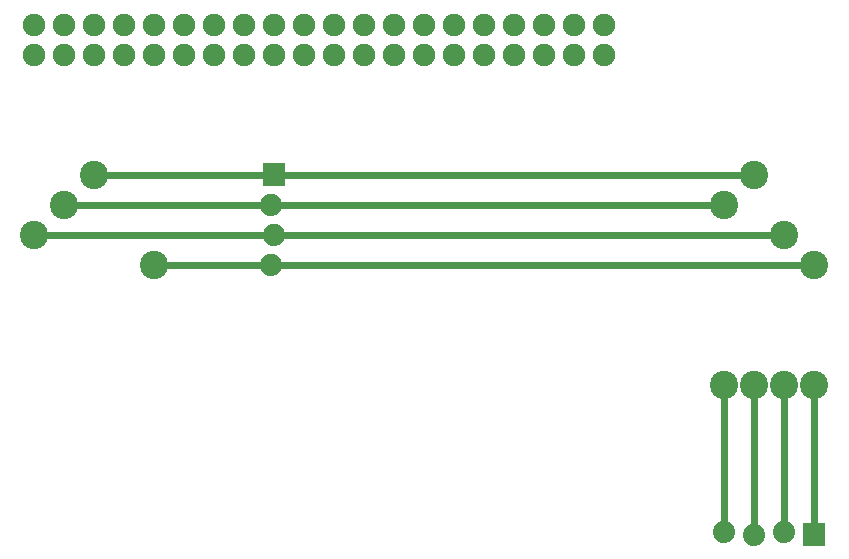
<source format=gbl>
G04 MADE WITH FRITZING*
G04 WWW.FRITZING.ORG*
G04 DOUBLE SIDED*
G04 HOLES PLATED*
G04 CONTOUR ON CENTER OF CONTOUR VECTOR*
%ASAXBY*%
%FSLAX23Y23*%
%MOIN*%
%OFA0B0*%
%SFA1.0B1.0*%
%ADD10C,0.075361*%
%ADD11C,0.074000*%
%ADD12C,0.094488*%
%ADD13C,0.024000*%
%ADD14R,0.001000X0.001000*%
%LNCOPPER0*%
G90*
G70*
G54D10*
X343Y2012D03*
X443Y2012D03*
X543Y2012D03*
X643Y2012D03*
X743Y2012D03*
X843Y2012D03*
X943Y2012D03*
X1043Y2012D03*
X1143Y2012D03*
X1243Y2012D03*
X1343Y2012D03*
X1443Y2012D03*
X1543Y2012D03*
X1643Y2012D03*
X1743Y2012D03*
X1843Y2012D03*
X1943Y2012D03*
X2043Y2012D03*
X2143Y2012D03*
X2243Y2012D03*
X2243Y2112D03*
X2143Y2112D03*
X2043Y2112D03*
X1943Y2112D03*
X1843Y2112D03*
X1743Y2112D03*
X1643Y2112D03*
X1543Y2112D03*
X1443Y2112D03*
X1343Y2112D03*
X1243Y2112D03*
X1143Y2112D03*
X1043Y2112D03*
X943Y2112D03*
X843Y2112D03*
X743Y2112D03*
X643Y2112D03*
X543Y2112D03*
X443Y2112D03*
X343Y2112D03*
G54D11*
X1143Y1612D03*
X1133Y1512D03*
X1143Y1412D03*
X1133Y1312D03*
X2943Y412D03*
X2843Y422D03*
X2743Y412D03*
X2643Y422D03*
G54D12*
X343Y1412D03*
X2943Y1312D03*
X2843Y1412D03*
X2743Y1612D03*
X2843Y912D03*
X2743Y912D03*
X2943Y912D03*
X2643Y912D03*
X2643Y1512D03*
X743Y1312D03*
X543Y1612D03*
X443Y1512D03*
G54D13*
X1112Y1412D02*
X370Y1412D01*
D02*
X1102Y1512D02*
X470Y1512D01*
D02*
X1112Y1612D02*
X570Y1612D01*
D02*
X1164Y1512D02*
X2616Y1512D01*
D02*
X1174Y1612D02*
X2716Y1612D01*
D02*
X1174Y1412D02*
X2816Y1412D01*
D02*
X1164Y1312D02*
X2916Y1312D01*
D02*
X1102Y1312D02*
X770Y1312D01*
D02*
X2643Y453D02*
X2643Y885D01*
D02*
X2743Y443D02*
X2743Y885D01*
D02*
X2843Y453D02*
X2843Y885D01*
D02*
X2943Y443D02*
X2943Y885D01*
G54D14*
X1106Y1649D02*
X1179Y1649D01*
X1106Y1648D02*
X1179Y1648D01*
X1106Y1647D02*
X1179Y1647D01*
X1106Y1646D02*
X1179Y1646D01*
X1106Y1645D02*
X1179Y1645D01*
X1106Y1644D02*
X1179Y1644D01*
X1106Y1643D02*
X1179Y1643D01*
X1106Y1642D02*
X1179Y1642D01*
X1106Y1641D02*
X1179Y1641D01*
X1106Y1640D02*
X1179Y1640D01*
X1106Y1639D02*
X1179Y1639D01*
X1106Y1638D02*
X1179Y1638D01*
X1106Y1637D02*
X1179Y1637D01*
X1106Y1636D02*
X1179Y1636D01*
X1106Y1635D02*
X1179Y1635D01*
X1106Y1634D02*
X1179Y1634D01*
X1106Y1633D02*
X1179Y1633D01*
X1106Y1632D02*
X1137Y1632D01*
X1147Y1632D02*
X1179Y1632D01*
X1106Y1631D02*
X1134Y1631D01*
X1150Y1631D02*
X1179Y1631D01*
X1106Y1630D02*
X1132Y1630D01*
X1152Y1630D02*
X1179Y1630D01*
X1106Y1629D02*
X1130Y1629D01*
X1154Y1629D02*
X1179Y1629D01*
X1106Y1628D02*
X1129Y1628D01*
X1155Y1628D02*
X1179Y1628D01*
X1106Y1627D02*
X1128Y1627D01*
X1156Y1627D02*
X1179Y1627D01*
X1106Y1626D02*
X1127Y1626D01*
X1157Y1626D02*
X1179Y1626D01*
X1106Y1625D02*
X1126Y1625D01*
X1158Y1625D02*
X1179Y1625D01*
X1106Y1624D02*
X1125Y1624D01*
X1159Y1624D02*
X1179Y1624D01*
X1106Y1623D02*
X1125Y1623D01*
X1160Y1623D02*
X1179Y1623D01*
X1106Y1622D02*
X1124Y1622D01*
X1160Y1622D02*
X1179Y1622D01*
X1106Y1621D02*
X1124Y1621D01*
X1161Y1621D02*
X1179Y1621D01*
X1106Y1620D02*
X1123Y1620D01*
X1161Y1620D02*
X1179Y1620D01*
X1106Y1619D02*
X1123Y1619D01*
X1162Y1619D02*
X1179Y1619D01*
X1106Y1618D02*
X1123Y1618D01*
X1162Y1618D02*
X1179Y1618D01*
X1106Y1617D02*
X1122Y1617D01*
X1162Y1617D02*
X1179Y1617D01*
X1106Y1616D02*
X1122Y1616D01*
X1162Y1616D02*
X1179Y1616D01*
X1106Y1615D02*
X1122Y1615D01*
X1162Y1615D02*
X1179Y1615D01*
X1106Y1614D02*
X1122Y1614D01*
X1163Y1614D02*
X1179Y1614D01*
X1106Y1613D02*
X1122Y1613D01*
X1163Y1613D02*
X1179Y1613D01*
X1106Y1612D02*
X1122Y1612D01*
X1163Y1612D02*
X1179Y1612D01*
X1106Y1611D02*
X1122Y1611D01*
X1163Y1611D02*
X1179Y1611D01*
X1106Y1610D02*
X1122Y1610D01*
X1162Y1610D02*
X1179Y1610D01*
X1106Y1609D02*
X1122Y1609D01*
X1162Y1609D02*
X1179Y1609D01*
X1106Y1608D02*
X1122Y1608D01*
X1162Y1608D02*
X1179Y1608D01*
X1106Y1607D02*
X1123Y1607D01*
X1162Y1607D02*
X1179Y1607D01*
X1106Y1606D02*
X1123Y1606D01*
X1162Y1606D02*
X1179Y1606D01*
X1106Y1605D02*
X1123Y1605D01*
X1161Y1605D02*
X1179Y1605D01*
X1106Y1604D02*
X1124Y1604D01*
X1161Y1604D02*
X1179Y1604D01*
X1106Y1603D02*
X1124Y1603D01*
X1160Y1603D02*
X1179Y1603D01*
X1106Y1602D02*
X1125Y1602D01*
X1160Y1602D02*
X1179Y1602D01*
X1106Y1601D02*
X1125Y1601D01*
X1159Y1601D02*
X1179Y1601D01*
X1106Y1600D02*
X1126Y1600D01*
X1158Y1600D02*
X1179Y1600D01*
X1106Y1599D02*
X1127Y1599D01*
X1157Y1599D02*
X1179Y1599D01*
X1106Y1598D02*
X1128Y1598D01*
X1156Y1598D02*
X1179Y1598D01*
X1106Y1597D02*
X1129Y1597D01*
X1155Y1597D02*
X1179Y1597D01*
X1106Y1596D02*
X1131Y1596D01*
X1154Y1596D02*
X1179Y1596D01*
X1106Y1595D02*
X1132Y1595D01*
X1152Y1595D02*
X1179Y1595D01*
X1106Y1594D02*
X1134Y1594D01*
X1150Y1594D02*
X1179Y1594D01*
X1106Y1593D02*
X1138Y1593D01*
X1147Y1593D02*
X1179Y1593D01*
X1106Y1592D02*
X1179Y1592D01*
X1106Y1591D02*
X1179Y1591D01*
X1106Y1590D02*
X1179Y1590D01*
X1106Y1589D02*
X1179Y1589D01*
X1106Y1588D02*
X1179Y1588D01*
X1106Y1587D02*
X1179Y1587D01*
X1106Y1586D02*
X1179Y1586D01*
X1106Y1585D02*
X1179Y1585D01*
X1106Y1584D02*
X1179Y1584D01*
X1106Y1583D02*
X1179Y1583D01*
X1106Y1582D02*
X1179Y1582D01*
X1106Y1581D02*
X1179Y1581D01*
X1106Y1580D02*
X1179Y1580D01*
X1106Y1579D02*
X1179Y1579D01*
X1106Y1578D02*
X1179Y1578D01*
X1106Y1577D02*
X1179Y1577D01*
X1106Y1576D02*
X1179Y1576D01*
X2906Y449D02*
X2979Y449D01*
X2906Y448D02*
X2979Y448D01*
X2906Y447D02*
X2979Y447D01*
X2906Y446D02*
X2979Y446D01*
X2906Y445D02*
X2979Y445D01*
X2906Y444D02*
X2979Y444D01*
X2906Y443D02*
X2979Y443D01*
X2906Y442D02*
X2979Y442D01*
X2906Y441D02*
X2979Y441D01*
X2906Y440D02*
X2979Y440D01*
X2906Y439D02*
X2979Y439D01*
X2906Y438D02*
X2979Y438D01*
X2906Y437D02*
X2979Y437D01*
X2906Y436D02*
X2979Y436D01*
X2906Y435D02*
X2979Y435D01*
X2906Y434D02*
X2979Y434D01*
X2906Y433D02*
X2979Y433D01*
X2906Y432D02*
X2937Y432D01*
X2947Y432D02*
X2979Y432D01*
X2906Y431D02*
X2934Y431D01*
X2950Y431D02*
X2979Y431D01*
X2906Y430D02*
X2932Y430D01*
X2952Y430D02*
X2979Y430D01*
X2906Y429D02*
X2930Y429D01*
X2954Y429D02*
X2979Y429D01*
X2906Y428D02*
X2929Y428D01*
X2955Y428D02*
X2979Y428D01*
X2906Y427D02*
X2928Y427D01*
X2956Y427D02*
X2979Y427D01*
X2906Y426D02*
X2927Y426D01*
X2957Y426D02*
X2979Y426D01*
X2906Y425D02*
X2926Y425D01*
X2958Y425D02*
X2979Y425D01*
X2906Y424D02*
X2925Y424D01*
X2959Y424D02*
X2979Y424D01*
X2906Y423D02*
X2924Y423D01*
X2960Y423D02*
X2979Y423D01*
X2906Y422D02*
X2924Y422D01*
X2960Y422D02*
X2979Y422D01*
X2906Y421D02*
X2923Y421D01*
X2961Y421D02*
X2979Y421D01*
X2906Y420D02*
X2923Y420D01*
X2961Y420D02*
X2979Y420D01*
X2906Y419D02*
X2923Y419D01*
X2961Y419D02*
X2979Y419D01*
X2906Y418D02*
X2922Y418D01*
X2962Y418D02*
X2979Y418D01*
X2906Y417D02*
X2922Y417D01*
X2962Y417D02*
X2979Y417D01*
X2906Y416D02*
X2922Y416D01*
X2962Y416D02*
X2979Y416D01*
X2906Y415D02*
X2922Y415D01*
X2962Y415D02*
X2979Y415D01*
X2906Y414D02*
X2922Y414D01*
X2962Y414D02*
X2979Y414D01*
X2906Y413D02*
X2922Y413D01*
X2962Y413D02*
X2979Y413D01*
X2906Y412D02*
X2922Y412D01*
X2962Y412D02*
X2979Y412D01*
X2906Y411D02*
X2922Y411D01*
X2962Y411D02*
X2979Y411D01*
X2906Y410D02*
X2922Y410D01*
X2962Y410D02*
X2979Y410D01*
X2906Y409D02*
X2922Y409D01*
X2962Y409D02*
X2979Y409D01*
X2906Y408D02*
X2922Y408D01*
X2962Y408D02*
X2979Y408D01*
X2906Y407D02*
X2922Y407D01*
X2962Y407D02*
X2979Y407D01*
X2906Y406D02*
X2923Y406D01*
X2961Y406D02*
X2979Y406D01*
X2906Y405D02*
X2923Y405D01*
X2961Y405D02*
X2979Y405D01*
X2906Y404D02*
X2924Y404D01*
X2960Y404D02*
X2979Y404D01*
X2906Y403D02*
X2924Y403D01*
X2960Y403D02*
X2979Y403D01*
X2906Y402D02*
X2925Y402D01*
X2959Y402D02*
X2979Y402D01*
X2906Y401D02*
X2925Y401D01*
X2959Y401D02*
X2979Y401D01*
X2906Y400D02*
X2926Y400D01*
X2958Y400D02*
X2979Y400D01*
X2906Y399D02*
X2927Y399D01*
X2957Y399D02*
X2979Y399D01*
X2906Y398D02*
X2928Y398D01*
X2956Y398D02*
X2979Y398D01*
X2906Y397D02*
X2929Y397D01*
X2955Y397D02*
X2979Y397D01*
X2906Y396D02*
X2931Y396D01*
X2953Y396D02*
X2979Y396D01*
X2906Y395D02*
X2932Y395D01*
X2952Y395D02*
X2979Y395D01*
X2906Y394D02*
X2935Y394D01*
X2949Y394D02*
X2979Y394D01*
X2906Y393D02*
X2938Y393D01*
X2946Y393D02*
X2979Y393D01*
X2906Y392D02*
X2979Y392D01*
X2906Y391D02*
X2979Y391D01*
X2906Y390D02*
X2979Y390D01*
X2906Y389D02*
X2979Y389D01*
X2906Y388D02*
X2979Y388D01*
X2906Y387D02*
X2979Y387D01*
X2906Y386D02*
X2979Y386D01*
X2906Y385D02*
X2979Y385D01*
X2906Y384D02*
X2979Y384D01*
X2906Y383D02*
X2979Y383D01*
X2906Y382D02*
X2979Y382D01*
X2906Y381D02*
X2979Y381D01*
X2906Y380D02*
X2979Y380D01*
X2906Y379D02*
X2979Y379D01*
X2906Y378D02*
X2979Y378D01*
X2906Y377D02*
X2979Y377D01*
X2906Y376D02*
X2978Y376D01*
D02*
G04 End of Copper0*
M02*
</source>
